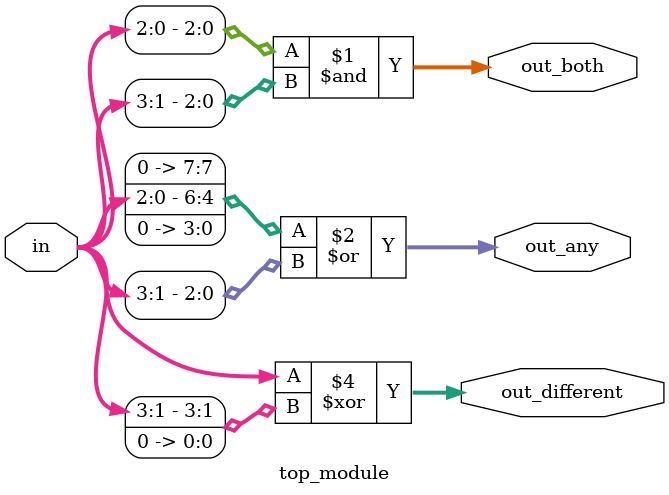
<source format=sv>
module top_module (
  input [3:0] in,
  output [2:0] out_both,
  output [7:0] out_any,
  output [3:0] out_different
);

  assign out_both = in[2:0] & in[3:1];
  assign out_any = {in[2:0], 4'b0000} | in[3:1];
  assign out_different = in ^ (in[3:1] << 1'b1);

endmodule

</source>
